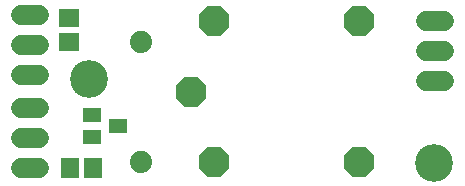
<source format=gbr>
G04 EAGLE Gerber RS-274X export*
G75*
%MOMM*%
%FSLAX34Y34*%
%LPD*%
%INSoldermask Bottom*%
%IPPOS*%
%AMOC8*
5,1,8,0,0,1.08239X$1,22.5*%
G01*
%ADD10C,3.203200*%
%ADD11C,1.879600*%
%ADD12R,1.603200X1.203200*%
%ADD13R,1.503200X1.703200*%
%ADD14R,1.803200X1.503200*%
%ADD15C,1.727200*%
%ADD16P,2.817678X8X202.500000*%
%ADD17P,2.817678X8X22.500000*%


D10*
X370000Y30000D03*
X77900Y101120D03*
D11*
X121920Y30480D03*
X121920Y132080D03*
D12*
X102440Y60960D03*
X80440Y70460D03*
X80440Y51460D03*
D13*
X61620Y25400D03*
X80620Y25400D03*
D14*
X60960Y152240D03*
X60960Y132240D03*
D15*
X35560Y154940D02*
X20320Y154940D01*
X20320Y129540D02*
X35560Y129540D01*
X35560Y104140D02*
X20320Y104140D01*
X20320Y25400D02*
X35560Y25400D01*
X35560Y50800D02*
X20320Y50800D01*
X20320Y76200D02*
X35560Y76200D01*
X363220Y149860D02*
X378460Y149860D01*
X378460Y124460D02*
X363220Y124460D01*
X363220Y99060D02*
X378460Y99060D01*
D16*
X183860Y30200D03*
X183860Y150200D03*
D17*
X163860Y90200D03*
X305860Y30200D03*
X305860Y150200D03*
M02*

</source>
